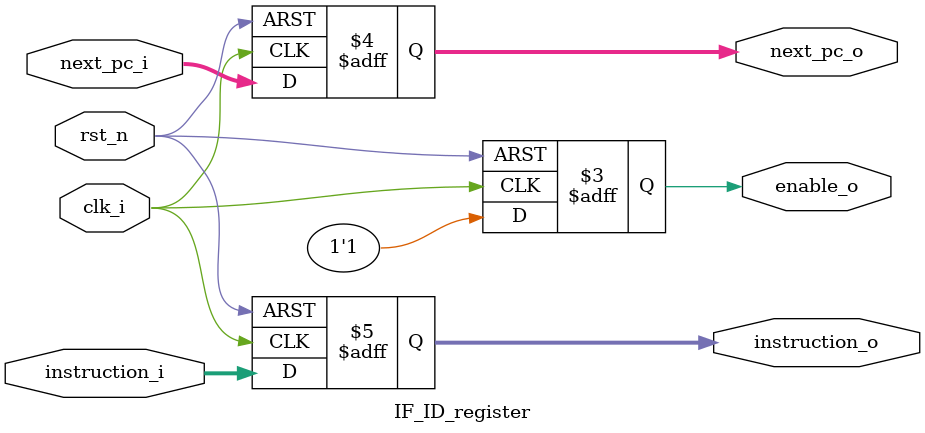
<source format=v>
module IF_ID_register(clk_i, rst_n, enable_o, next_pc_i, instruction_i, next_pc_o, instruction_o);

input		clk_i;
input		rst_n;
input		[32-1:0]	next_pc_i, instruction_i;
output reg				enable_o;
output reg	[32-1:0]	next_pc_o, instruction_o;

always@ (posedge clk_i or negedge rst_n) begin
	if(~rst_n) begin
	next_pc_o <= 0;
	instruction_o <= 0;
	enable_o <= 0;
	end
	else begin
	next_pc_o <= next_pc_i;
	instruction_o <= instruction_i;
	enable_o <= 1;
	end
end

endmodule


</source>
